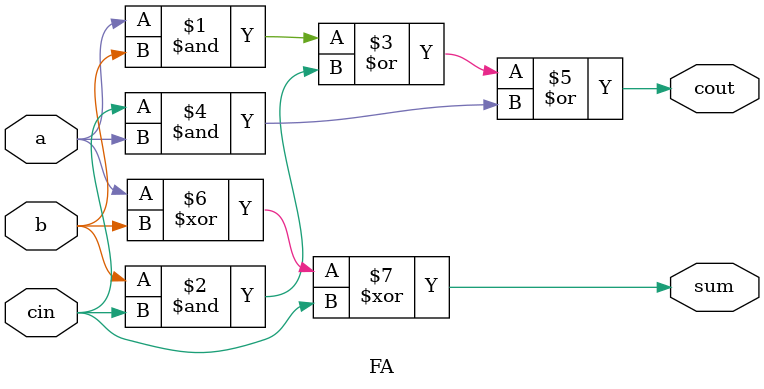
<source format=v>
`timescale 1ns / 1ps


module FA(
	input a,
	input b,
	input cin,
	output sum,
	output cout
    );

	assign cout = (a&b) | (b&cin) | (cin&a);
	assign sum = a ^ b ^ cin;

endmodule
</source>
